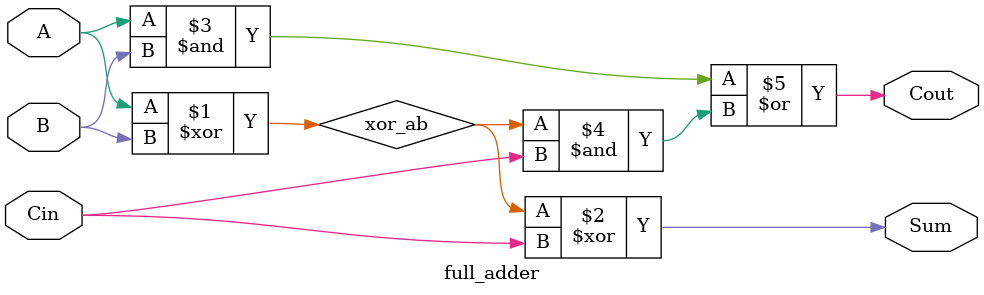
<source format=v>
module full_adder (
    input  A,
    input  B,
    input  Cin,
    output Sum,
    output Cout
);

wire xor_ab;

assign xor_ab = A ^ B;      
assign Sum    = xor_ab ^ Cin;
assign Cout   = (A & B) | (xor_ab & Cin);

endmodule

</source>
